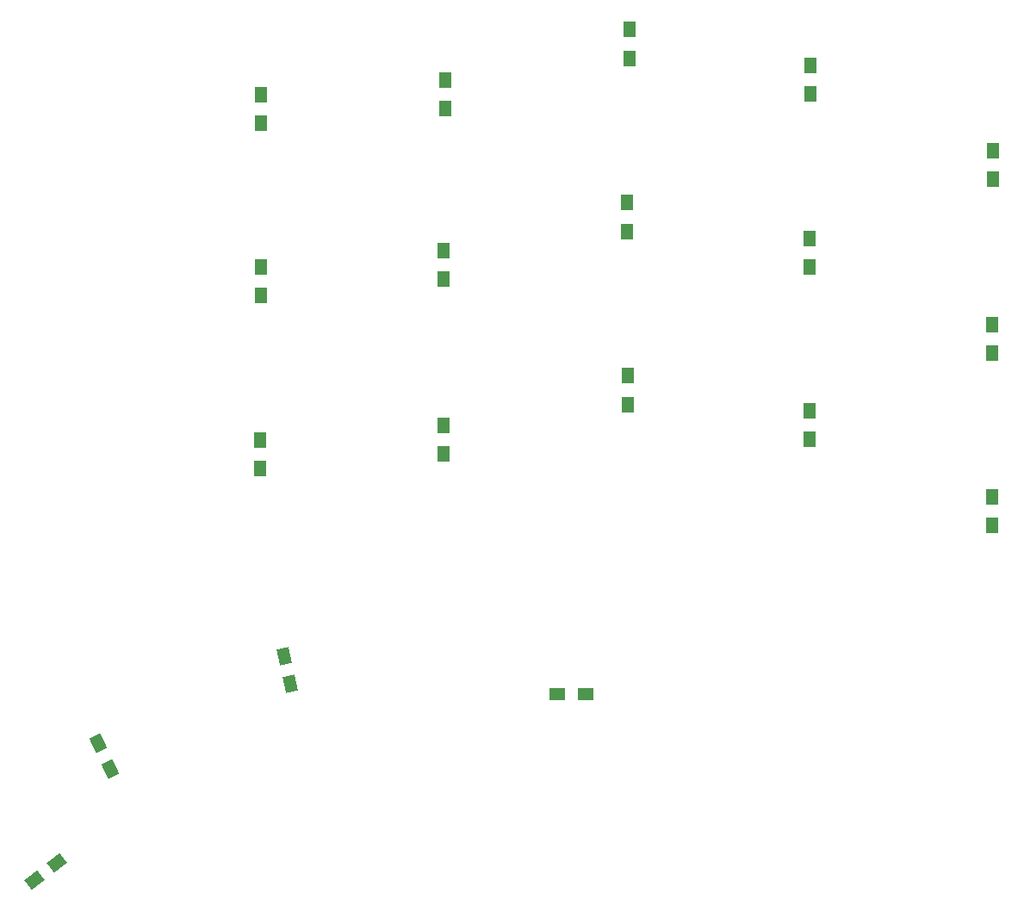
<source format=gbr>
G04 #@! TF.GenerationSoftware,KiCad,Pcbnew,7.0.2-6a45011f42~172~ubuntu20.04.1*
G04 #@! TF.CreationDate,2023-04-26T19:15:44+02:00*
G04 #@! TF.ProjectId,Pteron36v0,50746572-6f6e-4333-9676-302e6b696361,rev?*
G04 #@! TF.SameCoordinates,Original*
G04 #@! TF.FileFunction,Paste,Top*
G04 #@! TF.FilePolarity,Positive*
%FSLAX46Y46*%
G04 Gerber Fmt 4.6, Leading zero omitted, Abs format (unit mm)*
G04 Created by KiCad (PCBNEW 7.0.2-6a45011f42~172~ubuntu20.04.1) date 2023-04-26 19:15:44*
%MOMM*%
%LPD*%
G01*
G04 APERTURE LIST*
G04 Aperture macros list*
%AMRotRect*
0 Rectangle, with rotation*
0 The origin of the aperture is its center*
0 $1 length*
0 $2 width*
0 $3 Rotation angle, in degrees counterclockwise*
0 Add horizontal line*
21,1,$1,$2,0,0,$3*%
G04 Aperture macros list end*
%ADD10R,1.200000X1.600000*%
%ADD11RotRect,1.600000X1.200000X282.500000*%
%ADD12RotRect,1.600000X1.200000X295.000000*%
%ADD13RotRect,1.600000X1.200000X37.500000*%
%ADD14R,1.600000X1.200000*%
G04 APERTURE END LIST*
D10*
G04 #@! TO.C,D7*
X225407000Y-63660328D03*
X225407000Y-60860328D03*
G04 #@! TD*
G04 #@! TO.C,D8*
X225280000Y-80805328D03*
X225280000Y-78005328D03*
G04 #@! TD*
G04 #@! TO.C,D9*
X225280000Y-97696328D03*
X225280000Y-94896328D03*
G04 #@! TD*
D11*
G04 #@! TO.C,D10*
X156303015Y-113283428D03*
X155696985Y-110549800D03*
G04 #@! TD*
D10*
G04 #@! TO.C,D12*
X207441000Y-55306998D03*
X207441000Y-52506998D03*
G04 #@! TD*
G04 #@! TO.C,D13*
X207314000Y-72324998D03*
X207314000Y-69524998D03*
G04 #@! TD*
G04 #@! TO.C,D14*
X207314000Y-89215998D03*
X207314000Y-86415998D03*
G04 #@! TD*
D12*
G04 #@! TO.C,D15*
X138591666Y-121685441D03*
X137408334Y-119147779D03*
G04 #@! TD*
D10*
G04 #@! TO.C,D17*
X189602000Y-51770664D03*
X189602000Y-48970664D03*
G04 #@! TD*
G04 #@! TO.C,D18*
X189348000Y-68788664D03*
X189348000Y-65988664D03*
G04 #@! TD*
G04 #@! TO.C,D19*
X189475000Y-85806664D03*
X189475000Y-83006664D03*
G04 #@! TD*
D13*
G04 #@! TO.C,D20*
X133368495Y-130872134D03*
X131147105Y-132576666D03*
G04 #@! TD*
D10*
G04 #@! TO.C,D22*
X171509000Y-56743330D03*
X171509000Y-53943330D03*
G04 #@! TD*
G04 #@! TO.C,D23*
X171382000Y-73507330D03*
X171382000Y-70707330D03*
G04 #@! TD*
G04 #@! TO.C,D24*
X171382000Y-90652330D03*
X171382000Y-87852330D03*
G04 #@! TD*
G04 #@! TO.C,D26*
X153416000Y-58169000D03*
X153416000Y-55369000D03*
G04 #@! TD*
G04 #@! TO.C,D27*
X153416000Y-75060000D03*
X153416000Y-72260000D03*
G04 #@! TD*
G04 #@! TO.C,D28*
X153289000Y-92078000D03*
X153289000Y-89278000D03*
G04 #@! TD*
D14*
G04 #@! TO.C,D1*
X182496000Y-114300000D03*
X185296000Y-114300000D03*
G04 #@! TD*
M02*

</source>
